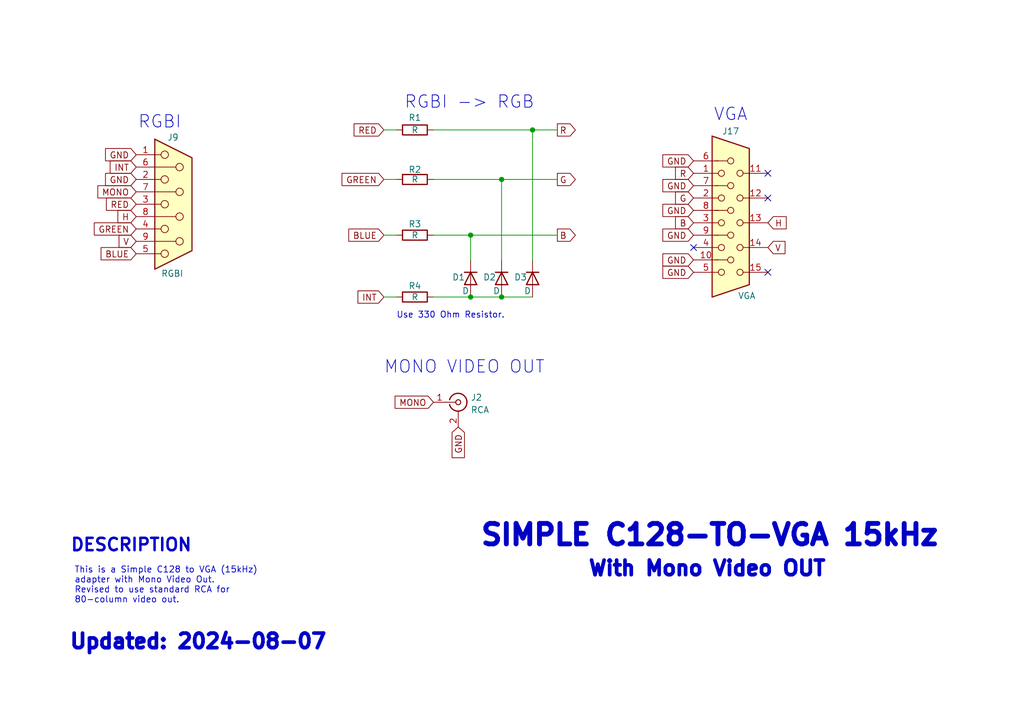
<source format=kicad_sch>
(kicad_sch (version 20231120) (generator "eeschema") (generator_version "8.0")
  (paper "A5")
  (title_block (title "Simple C128 to VGA") (date "2024-08-07") (rev "1.2") (company "Steve J. Gray"))
  (lib_symbols
    (symbol "Connector:Conn_Coaxial" (pin_names (offset 1.016) hide)
      (property "Reference" "J" (at 0.254 3.048 0))
      (property "Value" "Conn_Coaxial" (at 2.921 0 90))
      (symbol "Conn_Coaxial_0_1"
        (arc (start -1.778 -0.508) (mid 0.2311 -1.8066) (end 1.778 0) (stroke (width 0.254)))
        (polyline (pts (xy -2.54 0) (xy -0.508 0)))
        (polyline (pts (xy 0 -2.54) (xy 0 -1.778)))
        (circle (center 0 0) (radius 0.508) (stroke (width 0.2032)))
        (arc (start 1.778 0) (mid 0.2099 1.8101) (end -1.778 0.508) (stroke (width 0.254)))
      )
      (symbol "Conn_Coaxial_1_1"
        (pin passive line (at -5.08 0 0) (length 2.54) (name "In") (number "1"))
        (pin passive line (at 0 -5.08 90) (length 2.54) (name "Ext") (number "2"))
      )
    )
    (symbol "Connector:DE15_Receptacle_HighDensity" (pin_names (offset 1.016) hide)
      (property "Reference" "J" (at 0 21.59 0))
      (property "Value" "DE15_Receptacle_HighDensity" (at 0 19.05 0))
      (symbol "DE15_Receptacle_HighDensity_0_1"
        (circle (center -1.905 -10.16) (radius 0.635))
        (circle (center -1.905 -5.08) (radius 0.635))
        (circle (center -1.905 0) (radius 0.635))
        (circle (center -1.905 5.08) (radius 0.635))
        (circle (center -1.905 10.16) (radius 0.635))
        (circle (center 0 -7.62) (radius 0.635))
        (circle (center 0 -2.54) (radius 0.635))
        (polyline (pts (xy -3.175 7.62) (xy -0.635 7.62)))
        (polyline (pts (xy -0.635 -7.62) (xy -3.175 -7.62)))
        (polyline (pts (xy -0.635 -2.54) (xy -3.175 -2.54)))
        (polyline (pts (xy -0.635 2.54) (xy -3.175 2.54)))
        (polyline (pts (xy -0.635 12.7) (xy -3.175 12.7)))
        (polyline (pts (xy -3.81 17.78) (xy -3.81 -15.24) (xy 3.81 -12.7) (xy 3.81 15.24) (xy -3.81 17.78)) (stroke (width 0.254)) (fill (type background)))
        (circle (center 0 2.54) (radius 0.635))
        (circle (center 0 7.62) (radius 0.635))
        (circle (center 0 12.7) (radius 0.635))
        (circle (center 1.905 -10.16) (radius 0.635))
        (circle (center 1.905 -5.08) (radius 0.635))
        (circle (center 1.905 0) (radius 0.635))
        (circle (center 1.905 5.08) (radius 0.635))
        (circle (center 1.905 10.16) (radius 0.635))
      )
      (symbol "DE15_Receptacle_HighDensity_1_1"
        (pin passive line (at -7.62 10.16 0) (length 5.08) (name "~") (number "1"))
        (pin passive line (at -7.62 -7.62 0) (length 5.08) (name "~") (number "10"))
        (pin passive line (at 7.62 10.16 180) (length 5.08) (name "~") (number "11"))
        (pin passive line (at 7.62 5.08 180) (length 5.08) (name "~") (number "12"))
        (pin passive line (at 7.62 0 180) (length 5.08) (name "~") (number "13"))
        (pin passive line (at 7.62 -5.08 180) (length 5.08) (name "~") (number "14"))
        (pin passive line (at 7.62 -10.16 180) (length 5.08) (name "~") (number "15"))
        (pin passive line (at -7.62 5.08 0) (length 5.08) (name "~") (number "2"))
        (pin passive line (at -7.62 0 0) (length 5.08) (name "~") (number "3"))
        (pin passive line (at -7.62 -5.08 0) (length 5.08) (name "~") (number "4"))
        (pin passive line (at -7.62 -10.16 0) (length 5.08) (name "~") (number "5"))
        (pin passive line (at -7.62 12.7 0) (length 5.08) (name "~") (number "6"))
        (pin passive line (at -7.62 7.62 0) (length 5.08) (name "~") (number "7"))
        (pin passive line (at -7.62 2.54 0) (length 5.08) (name "~") (number "8"))
        (pin passive line (at -7.62 -2.54 0) (length 5.08) (name "~") (number "9"))
      )
    )
    (symbol "Connector:DE9_Receptacle" (pin_names (offset 1.016) hide)
      (property "Reference" "J" (at 0 13.97 0))
      (property "Value" "DE9_Receptacle" (at 0 -14.605 0))
      (symbol "DE9_Receptacle_0_1"
        (circle (center -1.778 -10.16) (radius 0.762))
        (circle (center -1.778 -5.08) (radius 0.762))
        (circle (center -1.778 0) (radius 0.762))
        (circle (center -1.778 5.08) (radius 0.762))
        (circle (center -1.778 10.16) (radius 0.762))
        (polyline (pts (xy -3.81 -10.16) (xy -2.54 -10.16)))
        (polyline (pts (xy -3.81 -7.62) (xy 0.508 -7.62)))
        (polyline (pts (xy -3.81 -5.08) (xy -2.54 -5.08)))
        (polyline (pts (xy -3.81 -2.54) (xy 0.508 -2.54)))
        (polyline (pts (xy -3.81 0) (xy -2.54 0)))
        (polyline (pts (xy -3.81 2.54) (xy 0.508 2.54)))
        (polyline (pts (xy -3.81 5.08) (xy -2.54 5.08)))
        (polyline (pts (xy -3.81 7.62) (xy 0.508 7.62)))
        (polyline (pts (xy -3.81 10.16) (xy -2.54 10.16)))
        (polyline (pts (xy -3.81 13.335) (xy -3.81 -13.335) (xy 3.81 -9.525) (xy 3.81 9.525) (xy -3.81 13.335)) (stroke (width 0.254)) (fill (type background)))
        (circle (center 1.27 -7.62) (radius 0.762))
        (circle (center 1.27 -2.54) (radius 0.762))
        (circle (center 1.27 2.54) (radius 0.762))
        (circle (center 1.27 7.62) (radius 0.762))
      )
      (symbol "DE9_Receptacle_1_1"
        (pin passive line (at -7.62 10.16 0) (length 3.81) (name "1") (number "1"))
        (pin passive line (at -7.62 5.08 0) (length 3.81) (name "2") (number "2"))
        (pin passive line (at -7.62 0 0) (length 3.81) (name "3") (number "3"))
        (pin passive line (at -7.62 -5.08 0) (length 3.81) (name "4") (number "4"))
        (pin passive line (at -7.62 -10.16 0) (length 3.81) (name "5") (number "5"))
        (pin passive line (at -7.62 7.62 0) (length 3.81) (name "6") (number "6"))
        (pin passive line (at -7.62 2.54 0) (length 3.81) (name "7") (number "7"))
        (pin passive line (at -7.62 -2.54 0) (length 3.81) (name "8") (number "8"))
        (pin passive line (at -7.62 -7.62 0) (length 3.81) (name "9") (number "9"))
      )
    )
    (symbol "Device:D" (pin_numbers hide) (pin_names (offset 1.016) hide)
      (property "Reference" "D" (at 0 2.54 0))
      (property "Value" "D" (at 0 -2.54 0))
      (symbol "D_0_1"
        (polyline (pts (xy -1.27 1.27) (xy -1.27 -1.27)) (stroke (width 0.254)))
        (polyline (pts (xy 1.27 0) (xy -1.27 0)))
        (polyline (pts (xy 1.27 1.27) (xy 1.27 -1.27) (xy -1.27 0) (xy 1.27 1.27)) (stroke (width 0.254)))
      )
      (symbol "D_1_1"
        (pin passive line (at -3.81 0 0) (length 2.54) (name "K") (number "1"))
        (pin passive line (at 3.81 0 180) (length 2.54) (name "A") (number "2"))
      )
    )
    (symbol "Device:R" (pin_numbers hide) (pin_names (offset 0))
      (property "Reference" "R" (at 2.032 0 90))
      (property "Value" "R" (at 0 0 90))
      (symbol "R_0_1"
        (rectangle (start -1.016 -2.54) (end 1.016 2.54) (stroke (width 0.254)))
      )
      (symbol "R_1_1"
        (pin passive line (at 0 3.81 270) (length 1.27) (name "~") (number "1"))
        (pin passive line (at 0 -3.81 90) (length 1.27) (name "~") (number "2"))
      )
    )
  )
  (junction (at 102.87 36.83))
  (junction (at 96.52 48.26))
  (junction (at 96.52 60.96))
  (junction (at 109.22 26.67))
  (junction (at 102.87 60.96))
  (no_connect (at 157.48 35.56))
  (no_connect (at 142.24 50.8))
  (no_connect (at 157.48 55.88))
  (no_connect (at 157.48 40.64))
  (wire (pts (xy 88.9 48.26) (xy 96.52 48.26)))
  (wire (pts (xy 102.87 36.83) (xy 102.87 53.34)))
  (wire (pts (xy 78.74 36.83) (xy 81.28 36.83)))
  (wire (pts (xy 109.22 26.67) (xy 114.3 26.67)))
  (wire (pts (xy 102.87 36.83) (xy 114.3 36.83)))
  (wire (pts (xy 109.22 26.67) (xy 109.22 53.34)))
  (wire (pts (xy 78.74 26.67) (xy 81.28 26.67)))
  (wire (pts (xy 102.87 60.96) (xy 109.22 60.96)))
  (wire (pts (xy 96.52 48.26) (xy 114.3 48.26)))
  (wire (pts (xy 78.74 48.26) (xy 81.28 48.26)))
  (wire (pts (xy 88.9 26.67) (xy 109.22 26.67)))
  (wire (pts (xy 88.9 60.96) (xy 96.52 60.96)))
  (wire (pts (xy 78.74 60.96) (xy 81.28 60.96)))
  (wire (pts (xy 96.52 48.26) (xy 96.52 53.34)))
  (wire (pts (xy 88.9 36.83) (xy 102.87 36.83)))
  (wire (pts (xy 96.52 60.96) (xy 102.87 60.96)))
  (text "MONO VIDEO OUT" (at 95.25 75.438 0) (effects (font (size 2.54 2.54))))
  (text "Updated: 2024-08-07" (at 40.64 131.826 0) (effects (font (size 3 3) (thickness 1) (bold yes))))
  (text "RGBI" (at 32.766 25.146 0) (effects (font (size 2.54 2.54))))
  (text "Use 330 Ohm Resistor." (at 81.28 64.77 0) (effects (font (size 1.25 1.25)) (justify left)))
  (text "RGBI -> RGB" (at 96.266 21.082 0) (effects (font (size 2.54 2.54))))
  (text "With Mono Video OUT" (at 145.034 116.84 0) (effects (font (size 3 3) (thickness 1) (bold yes))))
  (text "DESCRIPTION" (at 26.924 112.014 0) (effects (font (size 2.54 2.54) (thickness 0.508) (bold yes))))
  (text "VGA" (at 149.86 23.622 0) (effects (font (size 2.54 2.54))))
  (text "This is a Simple C128 to VGA (15kHz)\nadapter with Mono Video Out.\nRevised to use standard RCA for\n80-column video out." (at 15.24 120.142 0) (effects (font (size 1.27 1.27)) (justify left)))
  (text "SIMPLE C128-TO-VGA 15kHz" (at 145.542 109.982 0) (effects (font (size 4.2 4.2) (thickness 1) (bold yes))))
  (global_label "INT" (shape input) (at 78.74 60.96 180) (property "Intersheetrefs" "${INTERSHEET_REFS}" (effects (hide yes))))
  (global_label "GREEN" (shape input) (at 27.94 46.99 180) (property "Intersheetrefs" "${INTERSHEET_REFS}" (effects (hide yes))))
  (global_label "GND" (shape input) (at 142.24 43.18 180) (property "Intersheetrefs" "${INTERSHEET_REFS}" (effects (hide yes))))
  (global_label "RED" (shape input) (at 27.94 41.91 180) (property "Intersheetrefs" "${INTERSHEET_REFS}" (effects (hide yes))))
  (global_label "INT" (shape input) (at 27.94 34.29 180) (property "Intersheetrefs" "${INTERSHEET_REFS}" (effects (hide yes))))
  (global_label "RED" (shape input) (at 78.74 26.67 180) (property "Intersheetrefs" "${INTERSHEET_REFS}" (effects (hide yes))))
  (global_label "G" (shape input) (at 142.24 40.64 180) (property "Intersheetrefs" "${INTERSHEET_REFS}" (effects (hide yes))))
  (global_label "B" (shape output) (at 114.3 48.26 0) (property "Intersheetrefs" "${INTERSHEET_REFS}" (effects (hide yes))))
  (global_label "GND" (shape input) (at 93.98 87.63 270) (property "Intersheetrefs" "${INTERSHEET_REFS}" (effects (hide yes))))
  (global_label "GND" (shape input) (at 142.24 33.02 180) (property "Intersheetrefs" "${INTERSHEET_REFS}" (effects (hide yes))))
  (global_label "MONO" (shape input) (at 27.94 39.37 180) (property "Intersheetrefs" "${INTERSHEET_REFS}" (effects (hide yes))))
  (global_label "GND" (shape input) (at 142.24 53.34 180) (property "Intersheetrefs" "${INTERSHEET_REFS}" (effects (hide yes))))
  (global_label "G" (shape output) (at 114.3 36.83 0) (property "Intersheetrefs" "${INTERSHEET_REFS}" (effects (hide yes))))
  (global_label "R" (shape output) (at 114.3 26.67 0) (property "Intersheetrefs" "${INTERSHEET_REFS}" (effects (hide yes))))
  (global_label "GND" (shape input) (at 142.24 55.88 180) (property "Intersheetrefs" "${INTERSHEET_REFS}" (effects (hide yes))))
  (global_label "MONO" (shape input) (at 88.9 82.55 180) (property "Intersheetrefs" "${INTERSHEET_REFS}" (effects (hide yes))))
  (global_label "H" (shape input) (at 27.94 44.45 180) (property "Intersheetrefs" "${INTERSHEET_REFS}" (effects (hide yes))))
  (global_label "GND" (shape input) (at 27.94 31.75 180) (property "Intersheetrefs" "${INTERSHEET_REFS}" (effects (hide yes))))
  (global_label "GND" (shape input) (at 142.24 38.1 180) (property "Intersheetrefs" "${INTERSHEET_REFS}" (effects (hide yes))))
  (global_label "BLUE" (shape input) (at 27.94 52.07 180) (property "Intersheetrefs" "${INTERSHEET_REFS}" (effects (hide yes))))
  (global_label "V" (shape input) (at 157.48 50.8 0) (property "Intersheetrefs" "${INTERSHEET_REFS}" (effects (hide yes))))
  (global_label "BLUE" (shape input) (at 78.74 48.26 180) (property "Intersheetrefs" "${INTERSHEET_REFS}" (effects (hide yes))))
  (global_label "H" (shape input) (at 157.48 45.72 0) (property "Intersheetrefs" "${INTERSHEET_REFS}" (effects (hide yes))))
  (global_label "B" (shape input) (at 142.24 45.72 180) (property "Intersheetrefs" "${INTERSHEET_REFS}" (effects (hide yes))))
  (global_label "GND" (shape input) (at 142.24 48.26 180) (property "Intersheetrefs" "${INTERSHEET_REFS}" (effects (hide yes))))
  (global_label "V" (shape input) (at 27.94 49.53 180) (property "Intersheetrefs" "${INTERSHEET_REFS}" (effects (hide yes))))
  (global_label "GND" (shape input) (at 27.94 36.83 180) (property "Intersheetrefs" "${INTERSHEET_REFS}" (effects (hide yes))))
  (global_label "GREEN" (shape input) (at 78.74 36.83 180) (property "Intersheetrefs" "${INTERSHEET_REFS}" (effects (hide yes))))
  (global_label "R" (shape input) (at 142.24 35.56 180) (property "Intersheetrefs" "${INTERSHEET_REFS}" (effects (hide yes))))
  (symbol (lib_id "Connector:DE15_Receptacle_HighDensity") (at 149.86 45.72 0) (unit 1)
    (property "Reference" "J17" (at 149.86 26.924 0))
    (property "Value" "VGA" (at 153.162 60.706 0))
    (property "Footprint" "Connector_Dsub:DSUB-15-HD_Female_Horizontal_P2.29x1.98mm_EdgePinOffset3.03mm_Housed_MountingHolesOffset4.94mm" (effects (hide yes)))
    (property "Description" "15-pin female receptacle socket D-SUB connector, High density (3 columns), Triple Row, Generic, VGA-connector" (effects (hide yes)))
  )
  (symbol (lib_id "Device:R") (at 85.09 36.83 90) (unit 1)
    (property "Reference" "R2" (at 85.09 34.798 90))
    (property "Value" "R" (at 85.09 36.83 90))
    (property "Footprint" "Resistor_THT:R_Axial_DIN0204_L3.6mm_D1.6mm_P7.62mm_Horizontal" (effects (hide yes)))
    (property "Description" "Resistor" (effects (hide yes)))
  )
  (symbol (lib_id "Device:R") (at 85.09 48.26 90) (unit 1)
    (property "Reference" "R3" (at 85.09 45.974 90))
    (property "Value" "R" (at 85.09 48.26 90))
    (property "Footprint" "Resistor_THT:R_Axial_DIN0204_L3.6mm_D1.6mm_P7.62mm_Horizontal" (effects (hide yes)))
    (property "Description" "Resistor" (effects (hide yes)))
  )
  (symbol (lib_id "Device:D") (at 109.22 57.15 270) (unit 1)
    (property "Reference" "D3" (at 105.41 56.896 90) (effects (justify left)))
    (property "Value" "D" (at 107.442 59.69 90) (effects (justify left)))
    (property "Footprint" "Diode_THT:D_DO-35_SOD27_P7.62mm_Horizontal" (effects (hide yes)))
    (property "Description" "Diode" (effects (hide yes)))
    (property "Sim.Device" "D" (effects (hide yes)))
    (property "Sim.Pins" "1=K 2=A" (effects (hide yes)))
  )
  (symbol (lib_id "Device:R") (at 85.09 26.67 90) (unit 1)
    (property "Reference" "R1" (at 85.09 24.13 90))
    (property "Value" "R" (at 85.09 26.67 90))
    (property "Footprint" "Resistor_THT:R_Axial_DIN0204_L3.6mm_D1.6mm_P7.62mm_Horizontal" (effects (hide yes)))
    (property "Description" "Resistor" (effects (hide yes)))
  )
  (symbol (lib_id "Device:D") (at 102.87 57.15 270) (unit 1)
    (property "Reference" "D2" (at 99.06 56.896 90) (effects (justify left)))
    (property "Value" "D" (at 101.092 59.69 90) (effects (justify left)))
    (property "Footprint" "Diode_THT:D_DO-35_SOD27_P7.62mm_Horizontal" (effects (hide yes)))
    (property "Description" "Diode" (effects (hide yes)))
    (property "Sim.Device" "D" (effects (hide yes)))
    (property "Sim.Pins" "1=K 2=A" (effects (hide yes)))
  )
  (symbol (lib_id "Connector:Conn_Coaxial") (at 93.98 82.55 0) (unit 1)
    (property "Reference" "J2" (at 96.52 81.5731 0) (effects (justify left)))
    (property "Value" "RCA" (at 96.52 84.1131 0) (effects (justify left)))
    (property "Footprint" "_Libs:RCA-custom" (effects (hide yes)))
    (property "Description" "coaxial connector (BNC, SMA, SMB, SMC, Cinch/RCA, LEMO, ...)" (effects (hide yes)))
  )
  (symbol (lib_id "Connector:DE9_Receptacle") (at 35.56 41.91 0) (unit 1)
    (property "Reference" "J9" (at 34.29 28.194 0) (effects (justify left)))
    (property "Value" "RGBI" (at 33.02 56.134 0) (effects (justify left)))
    (property "Footprint" "Connector_Dsub:DSUB-9_Male_Horizontal_P2.77x2.84mm_EdgePinOffset4.94mm_Housed_MountingHolesOffset7.48mm" (effects (hide yes)))
    (property "Description" "9-pin female receptacle socket D-SUB connector" (effects (hide yes)))
  )
  (symbol (lib_id "Device:D") (at 96.52 57.15 270) (unit 1)
    (property "Reference" "D1" (at 92.71 56.896 90) (effects (justify left)))
    (property "Value" "D" (at 94.742 59.69 90) (effects (justify left)))
    (property "Footprint" "Diode_THT:D_DO-35_SOD27_P7.62mm_Horizontal" (effects (hide yes)))
    (property "Description" "Diode" (effects (hide yes)))
    (property "Sim.Device" "D" (effects (hide yes)))
    (property "Sim.Pins" "1=K 2=A" (effects (hide yes)))
  )
  (symbol (lib_id "Device:R") (at 85.09 60.96 90) (unit 1)
    (property "Reference" "R4" (at 85.09 58.674 90))
    (property "Value" "R" (at 85.09 60.96 90))
    (property "Footprint" "Resistor_THT:R_Axial_DIN0204_L3.6mm_D1.6mm_P7.62mm_Horizontal" (effects (hide yes)))
    (property "Description" "Resistor" (effects (hide yes)))
  )
)
</source>
